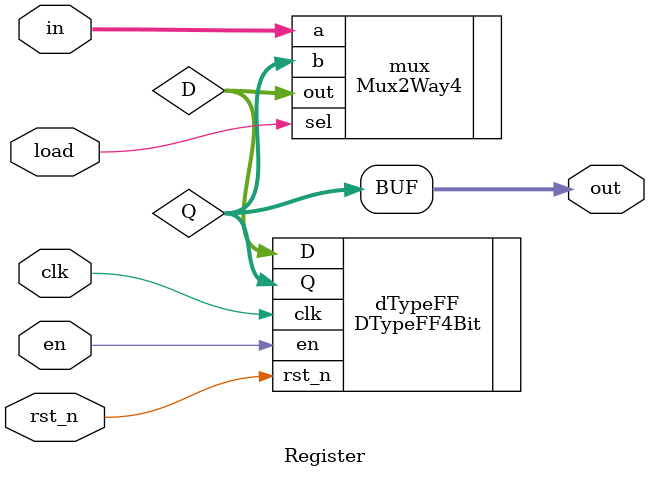
<source format=v>
module Register(
input [3:0] in,
input load,
input en,
input clk,
input rst_n,
output [3:0] out
);

wire [3:0] D;
wire [3:0] Q;

DTypeFF4Bit dTypeFF(
.D(D),
.en(en),
.clk(clk),
.rst_n(rst_n),
.Q(Q)
);

Mux2Way4 mux(
.a(in),
.b(Q),
.sel(load),
.out(D)
);

assign out = Q;

endmodule 
</source>
